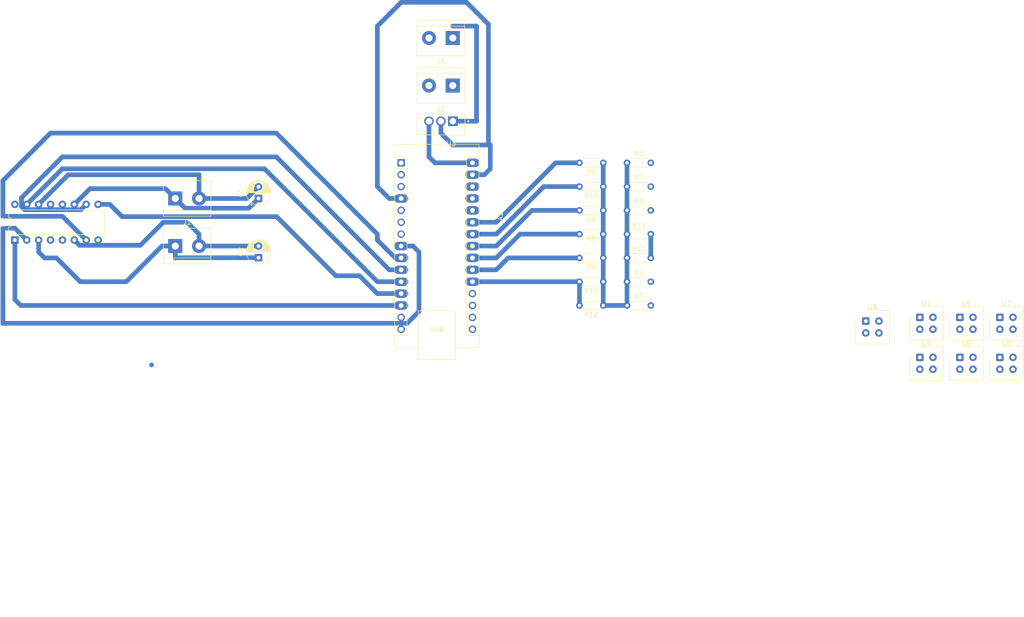
<source format=kicad_pcb>
(kicad_pcb (version 20221018) (generator pcbnew)
  (layers (0 "F.Cu" signal) (31 "B.Cu" signal) (34 "B.Paste" user) (35 "F.Paste" user) (36 "B.SilkS" user "B.Silkscreen") (37 "F.SilkS" user "F.Silkscreen") (38 "B.Mask" user) (39 "F.Mask" user) (44 "Edge.Cuts" user))
  (net 0 "")
  (net 8 "/MOTOR_1_A")
  (net 9 "/MOTOR_1_B")
  (net 10 "/MOTOR_2_A")
  (net 11 "/MOTOR_2_B")
  (net 12 "/ENAVILE_MOTOR_2")
  (net 13 "/ENAVILE_MOTOR_1")
  (net 20 "/CNY70_6")
  (net 21 "/CNY70_1")
  (net 22 "/CNY70_2")
  (net 23 "/CNY70_3")
  (net 24 "/CNY70_4")
  (net 25 "/CNY70_5")
  (net 28 "/OUT_5V")
  (net 29 "Net-(J2-Pin_1)")
  (net 30 "Net-(J2-Pin_2)")
  (net 31 "Net-(J1-Pin_1)")
  (net 32 "Net-(J1-Pin_2)")
  (net 33 "/ENTRADA_POSITIVO")
  (net 34 "/ENTRADA_NEGATIVO")
  (net 35 "VCC")
  (net 36 "Net-(U1-A)")
  (net 37 "Net-(U4-A)")
  (net 38 "Net-(U5-A)")
  (net 39 "Net-(U6-A)")
  (net 40 "Net-(U7-A)")
  (net 41 "Net-(U8-A)")
  (net 42 "GND")
  (net 49 "/ENTRADA_BORNERA")
  (net 50 "/SALIDA_BORNERA")
  (footprint "OptoDevice:Vishay_CNY70" (layer "F.Cu") (at 220.05 89.83)
    (fp_text reference "U4" (at 1.4 -3) (layer "F.SilkS"))
    (fp_text value "CNY70")
    (pad "1" thru_hole roundrect (at 0 0) (size 1.6 1.6) (drill 0.8) (layers "*.Cu" "*.Mask") (roundrect_rratio 0.156) (net 37 "Net-(U4-A)"))
    (pad "2" thru_hole circle (at 0 2.54) (size 1.6 1.6) (drill 0.8) (layers "*.Cu" "*.Mask") (net 42 "GND"))
    (pad "3" thru_hole circle (at 2.8 2.54) (size 1.6 1.6) (drill 0.8) (layers "*.Cu" "*.Mask") (net 21 "/CNY70_1"))
    (pad "4" thru_hole circle (at 2.8 0) (size 1.6 1.6) (drill 0.8) (layers "*.Cu" "*.Mask") (net 42 "GND"))
  )
  (footprint "Package_DIP:DIP-16_W7.62mm" (layer "F.Cu") (at 26.685 64.76 90)
    (fp_text reference "U2" (at 3.81 -2.33 90) (layer "F.SilkS"))
    (fp_text value "L293D")
    (pad "1" thru_hole rect (at 0 0 90) (size 1.6 1.6) (drill 0.8) (layers "*.Cu" "*.Mask") (net 13 "/ENAVILE_MOTOR_1"))
    (pad "2" thru_hole oval (at 0 2.54 90) (size 1.6 1.6) (drill 0.8) (layers "*.Cu" "*.Mask") (net 8 "/MOTOR_1_A"))
    (pad "3" thru_hole oval (at 0 5.08 90) (size 1.6 1.6) (drill 0.8) (layers "*.Cu" "*.Mask") (net 31 "Net-(J1-Pin_1)"))
    (pad "4" thru_hole oval (at 0 7.62 90) (size 1.6 1.6) (drill 0.8) (layers "*.Cu" "*.Mask"))
    (pad "5" thru_hole oval (at 0 10.16 90) (size 1.6 1.6) (drill 0.8) (layers "*.Cu" "*.Mask"))
    (pad "6" thru_hole oval (at 0 12.7 90) (size 1.6 1.6) (drill 0.8) (layers "*.Cu" "*.Mask") (net 32 "Net-(J1-Pin_2)"))
    (pad "7" thru_hole oval (at 0 15.24 90) (size 1.6 1.6) (drill 0.8) (layers "*.Cu" "*.Mask") (net 9 "/MOTOR_1_B"))
    (pad "8" thru_hole oval (at 0 17.78 90) (size 1.6 1.6) (drill 0.8) (layers "*.Cu" "*.Mask"))
    (pad "9" thru_hole oval (at 7.62 17.78 90) (size 1.6 1.6) (drill 0.8) (layers "*.Cu" "*.Mask") (net 12 "/ENAVILE_MOTOR_2"))
    (pad "10" thru_hole oval (at 7.62 15.24 90) (size 1.6 1.6) (drill 0.8) (layers "*.Cu" "*.Mask") (net 10 "/MOTOR_2_A"))
    (pad "11" thru_hole oval (at 7.62 12.7 90) (size 1.6 1.6) (drill 0.8) (layers "*.Cu" "*.Mask") (net 29 "Net-(J2-Pin_1)"))
    (pad "12" thru_hole oval (at 7.62 10.16 90) (size 1.6 1.6) (drill 0.8) (layers "*.Cu" "*.Mask"))
    (pad "13" thru_hole oval (at 7.62 7.62 90) (size 1.6 1.6) (drill 0.8) (layers "*.Cu" "*.Mask"))
    (pad "14" thru_hole oval (at 7.62 5.08 90) (size 1.6 1.6) (drill 0.8) (layers "*.Cu" "*.Mask") (net 30 "Net-(J2-Pin_2)"))
    (pad "15" thru_hole oval (at 7.62 2.54 90) (size 1.6 1.6) (drill 0.8) (layers "*.Cu" "*.Mask") (net 11 "/MOTOR_2_B"))
    (pad "16" thru_hole oval (at 7.62 0 90) (size 1.6 1.6) (drill 0.8) (layers "*.Cu" "*.Mask"))
  )
  (footprint "Resistor_THT:R_Axial_DIN0204_L3.6mm_D1.6mm_P5.08mm_Horizontal" (layer "F.Cu") (at 152.4 53.34 180)
    (fp_text reference "R10" (at 2.54 -1.92) (layer "F.SilkS"))
    (fp_text value "R")
    (pad "1" thru_hole circle (at 0 0 180) (size 1.4 1.4) (drill 0.7) (layers "*.Cu" "*.Mask") (net 35 "VCC"))
    (pad "2" thru_hole oval (at 5.08 0 180) (size 1.4 1.4) (drill 0.7) (layers "*.Cu" "*.Mask") (net 24 "/CNY70_4"))
  )
  (footprint "TerminalBlock:TerminalBlock_bornier-2_P5.08mm" (layer "F.Cu") (at 60.96 66.04)
    (fp_text reference "J1" (at 2.54 -5.08) (layer "F.SilkS"))
    (fp_text value "Screw_Terminal_01x02")
    (pad "1" thru_hole rect (at 0 0) (size 3 3) (drill 1.52) (layers "*.Cu" "*.Mask") (net 31 "Net-(J1-Pin_1)"))
    (pad "2" thru_hole circle (at 5.08 0) (size 3 3) (drill 1.52) (layers "*.Cu" "*.Mask") (net 32 "Net-(J1-Pin_2)"))
  )
  (footprint "TerminalBlock:TerminalBlock_bornier-2_P5.08mm" (layer "F.Cu") (at 120.2475 21.59 180)
    (fp_text reference "J3" (at 2.54 -5.08) (layer "F.SilkS"))
    (fp_text value "Screw_Terminal_01x02")
    (pad "1" thru_hole rect (at 0 0 180) (size 3 3) (drill 1.52) (layers "*.Cu" "*.Mask") (net 49 "/ENTRADA_BORNERA"))
    (pad "2" thru_hole circle (at 5.08 0 180) (size 3 3) (drill 1.52) (layers "*.Cu" "*.Mask") (net 50 "/SALIDA_BORNERA"))
  )
  (footprint "Resistor_THT:R_Axial_DIN0204_L3.6mm_D1.6mm_P5.08mm_Horizontal" (layer "F.Cu") (at 152.4 78.74 180)
    (fp_text reference "R12" (at 2.54 -1.92) (layer "F.SilkS"))
    (fp_text value "R")
    (pad "1" thru_hole circle (at 0 0 180) (size 1.4 1.4) (drill 0.7) (layers "*.Cu" "*.Mask") (net 35 "VCC"))
    (pad "2" thru_hole oval (at 5.08 0 180) (size 1.4 1.4) (drill 0.7) (layers "*.Cu" "*.Mask") (net 20 "/CNY70_6"))
  )
  (footprint "Resistor_THT:R_Axial_DIN0204_L3.6mm_D1.6mm_P5.08mm_Horizontal" (layer "F.Cu") (at 157.48 53.34)
    (fp_text reference "R7" (at 2.54 -1.92) (layer "F.SilkS"))
    (fp_text value "R")
    (pad "1" thru_hole circle (at 0 0) (size 1.4 1.4) (drill 0.7) (layers "*.Cu" "*.Mask") (net 35 "VCC"))
    (pad "2" thru_hole oval (at 5.08 0) (size 1.4 1.4) (drill 0.7) (layers "*.Cu" "*.Mask") (net 39 "Net-(U6-A)"))
  )
  (footprint "OptoDevice:Vishay_CNY70" (layer "F.Cu") (at 228.6 89.83)
    (fp_text reference "U6" (at 1.4 -3) (layer "F.SilkS"))
    (fp_text value "CNY70")
    (pad "1" thru_hole roundrect (at 0 0) (size 1.6 1.6) (drill 0.8) (layers "*.Cu" "*.Mask") (roundrect_rratio 0.156) (net 39 "Net-(U6-A)"))
    (pad "2" thru_hole circle (at 0 2.54) (size 1.6 1.6) (drill 0.8) (layers "*.Cu" "*.Mask") (net 42 "GND"))
    (pad "3" thru_hole circle (at 2.8 2.54) (size 1.6 1.6) (drill 0.8) (layers "*.Cu" "*.Mask") (net 23 "/CNY70_3"))
    (pad "4" thru_hole circle (at 2.8 0) (size 1.6 1.6) (drill 0.8) (layers "*.Cu" "*.Mask") (net 42 "GND"))
  )
  (footprint "TerminalBlock:TerminalBlock_bornier-2_P5.08mm" (layer "F.Cu") (at 120.2475 31.75 180)
    (fp_text reference "J3" (at 2.54 -5.08) (layer "F.SilkS"))
    (fp_text value "Screw_Terminal_01x02")
    (pad "1" thru_hole rect (at 0 0 180) (size 3 3) (drill 1.52) (layers "*.Cu" "*.Mask") (net 33 "/ENTRADA_POSITIVO"))
    (pad "2" thru_hole circle (at 5.08 0 180) (size 3 3) (drill 1.52) (layers "*.Cu" "*.Mask") (net 34 "/ENTRADA_NEGATIVO"))
  )
  (footprint "Capacitor_THT:CP_Radial_D5.0mm_P2.50mm" (layer "F.Cu") (at 78.74 55.88 90)
    (fp_text reference "C1" (at 1.25 -3.75 90) (layer "F.SilkS"))
    (fp_text value "C")
    (pad "1" thru_hole rect (at 0 0 90) (size 1.6 1.6) (drill 0.8) (layers "*.Cu" "*.Mask") (net 29 "Net-(J2-Pin_1)"))
    (pad "2" thru_hole circle (at 2.5 0 90) (size 1.6 1.6) (drill 0.8) (layers "*.Cu" "*.Mask") (net 30 "Net-(J2-Pin_2)"))
  )
  (footprint "Module:Arduino_Nano" (layer "F.Cu") (at 109.22 48.26)
    (fp_text reference "A1" (at 21.1875 11.43 90) (layer "F.SilkS"))
    (fp_text value "Arduino_Nano_Every")
    (fp_text user "USB" (at 7.62 35.56 unlocked) (layer "F.SilkS"))
    (pad "1" thru_hole rect (at 0 0) (size 1.6 1.6) (drill 1) (layers "*.Cu" "*.Mask"))
    (pad "2" thru_hole oval (at 0 2.54) (size 1.6 1.6) (drill 1) (layers "*.Cu" "*.Mask"))
    (pad "3" thru_hole oval (at 0 5.08) (size 1.6 1.6) (drill 1) (layers "*.Cu" "*.Mask"))
    (pad "4" thru_hole oval (at 0 7.62) (size 3 1.8) (drill 1) (layers "*.Cu" "*.Mask") (net 42 "GND"))
    (pad "5" thru_hole oval (at 0 10.16) (size 1.6 1.6) (drill 1) (layers "*.Cu" "*.Mask"))
    (pad "6" thru_hole oval (at 0 12.7) (size 1.6 1.6) (drill 1) (layers "*.Cu" "*.Mask"))
    (pad "7" thru_hole oval (at 0 15.24) (size 1.6 1.6) (drill 1) (layers "*.Cu" "*.Mask"))
    (pad "8" thru_hole oval (at 0 17.78) (size 3 1.8) (drill 1) (layers "*.Cu" "*.Mask") (net 8 "/MOTOR_1_A"))
    (pad "9" thru_hole oval (at 0 20.32) (size 3 1.8) (drill 1) (layers "*.Cu" "*.Mask") (net 9 "/MOTOR_1_B"))
    (pad "10" thru_hole oval (at 0 22.86) (size 3 1.8) (drill 1) (layers "*.Cu" "*.Mask") (net 10 "/MOTOR_2_A"))
    (pad "11" thru_hole oval (at 0 25.4) (size 3 1.8) (drill 1) (layers "*.Cu" "*.Mask") (net 11 "/MOTOR_2_B"))
    (pad "12" thru_hole oval (at 0 27.94) (size 3 1.8) (drill 1) (layers "*.Cu" "*.Mask") (net 12 "/ENAVILE_MOTOR_2"))
    (pad "13" thru_hole oval (at 0 30.48) (size 3 1.8) (drill 1) (layers "*.Cu" "*.Mask") (net 13 "/ENAVILE_MOTOR_1"))
    (pad "14" thru_hole oval (at 0 33.02) (size 1.6 1.6) (drill 1) (layers "*.Cu" "*.Mask"))
    (pad "15" thru_hole oval (at 0 35.56) (size 1.6 1.6) (drill 1) (layers "*.Cu" "*.Mask"))
    (pad "16" thru_hole oval (at 15.24 35.56) (size 1.6 1.6) (drill 1) (layers "*.Cu" "*.Mask"))
    (pad "17" thru_hole oval (at 15.24 33.02) (size 1.6 1.6) (drill 1) (layers "*.Cu" "*.Mask"))
    (pad "18" thru_hole oval (at 15.24 30.48) (size 1.6 1.6) (drill 1) (layers "*.Cu" "*.Mask"))
    (pad "19" thru_hole oval (at 15.24 27.94) (size 1.6 1.6) (drill 1) (layers "*.Cu" "*.Mask"))
    (pad "20" thru_hole oval (at 15.24 25.4) (size 3 1.8) (drill 1) (layers "*.Cu" "*.Mask") (net 20 "/CNY70_6"))
    (pad "21" thru_hole oval (at 15.24 22.86) (size 3 1.8) (drill 1) (layers "*.Cu" "*.Mask") (net 21 "/CNY70_1"))
    (pad "22" thru_hole oval (at 15.24 20.32) (size 3 1.8) (drill 1) (layers "*.Cu" "*.Mask") (net 22 "/CNY70_2"))
    (pad "23" thru_hole oval (at 15.24 17.78) (size 3 1.8) (drill 1) (layers "*.Cu" "*.Mask") (net 23 "/CNY70_3"))
    (pad "24" thru_hole oval (at 15.24 15.24) (size 3 1.8) (drill 1) (layers "*.Cu" "*.Mask") (net 24 "/CNY70_4"))
    (pad "25" thru_hole oval (at 15.24 12.7) (size 3 1.8) (drill 1) (layers "*.Cu" "*.Mask") (net 25 "/CNY70_5"))
    (pad "26" thru_hole oval (at 15.24 10.16) (size 3 1.8) (drill oval 1) (layers "*.Cu" "*.Mask"))
    (pad "27" thru_hole oval (at 15.24 7.62) (size 3 1.8) (drill 1) (layers "*.Cu" "*.Mask"))
    (pad "28" thru_hole oval (at 15.24 5.08) (size 3 1.8) (drill 1) (layers "*.Cu" "*.Mask"))
    (pad "29" thru_hole oval (at 15.24 2.54) (size 3 1.8) (drill 1) (layers "*.Cu" "*.Mask") (net 42 "GND"))
    (pad "30" thru_hole oval (at 15.24 0) (size 3 1.8) (drill 1) (layers "*.Cu" "*.Mask") (net 28 "/OUT_5V"))
  )
  (footprint "Resistor_THT:R_Axial_DIN0204_L3.6mm_D1.6mm_P5.08mm_Horizontal" (layer "F.Cu") (at 152.4 63.5 180)
    (fp_text reference "R6" (at 2.54 -0.92) (layer "F.SilkS"))
    (fp_text value "R")
    (pad "1" thru_hole circle (at 0 0 180) (size 1.4 1.4) (drill 0.7) (layers "*.Cu" "*.Mask") (net 35 "VCC"))
    (pad "2" thru_hole oval (at 5.08 0 180) (size 1.4 1.4) (drill 0.7) (layers "*.Cu" "*.Mask") (net 22 "/CNY70_2"))
  )
  (footprint "Resistor_THT:R_Axial_DIN0204_L3.6mm_D1.6mm_P5.08mm_Horizontal" (layer "F.Cu") (at 157.48 58.42)
    (fp_text reference "R9" (at 2.54 -1.92) (layer "F.SilkS"))
    (fp_text value "R")
    (pad "1" thru_hole circle (at 0 0) (size 1.4 1.4) (drill 0.7) (layers "*.Cu" "*.Mask") (net 35 "VCC"))
    (pad "2" thru_hole oval (at 5.08 0) (size 1.4 1.4) (drill 0.7) (layers "*.Cu" "*.Mask") (net 40 "Net-(U7-A)"))
  )
  (footprint "Resistor_THT:R_Axial_DIN0204_L3.6mm_D1.6mm_P5.08mm_Horizontal" (layer "F.Cu") (at 157.48 68.58)
    (fp_text reference "R11" (at 2.54 -1.92) (layer "F.SilkS"))
    (fp_text value "R")
    (pad "1" thru_hole circle (at 0 0) (size 1.4 1.4) (drill 0.7) (layers "*.Cu" "*.Mask") (net 35 "VCC"))
    (pad "2" thru_hole oval (at 5.08 0) (size 1.4 1.4) (drill 0.7) (layers "*.Cu" "*.Mask") (net 41 "Net-(U8-A)"))
  )
  (footprint "OptoDevice:Vishay_CNY70" (layer "F.Cu") (at 220.05 81.28)
    (fp_text reference "U1" (at 1.4 -3) (layer "F.SilkS"))
    (fp_text value "CNY70")
    (pad "1" thru_hole roundrect (at 0 0) (size 1.6 1.6) (drill 0.8) (layers "*.Cu" "*.Mask") (roundrect_rratio 0.156) (net 36 "Net-(U1-A)"))
    (pad "2" thru_hole circle (at 0 2.54) (size 1.6 1.6) (drill 0.8) (layers "*.Cu" "*.Mask") (net 42 "GND"))
    (pad "3" thru_hole circle (at 2.8 2.54) (size 1.6 1.6) (drill 0.8) (layers "*.Cu" "*.Mask") (net 25 "/CNY70_5"))
    (pad "4" thru_hole circle (at 2.8 0) (size 1.6 1.6) (drill 0.8) (layers "*.Cu" "*.Mask") (net 42 "GND"))
  )
  (footprint "Resistor_THT:R_Axial_DIN0204_L3.6mm_D1.6mm_P5.08mm_Horizontal" (layer "F.Cu") (at 152.4 48.26 180)
    (fp_text reference "R2" (at 2.54 -1.92) (layer "F.SilkS"))
    (fp_text value "R")
    (pad "1" thru_hole circle (at 0 0 180) (size 1.4 1.4) (drill 0.7) (layers "*.Cu" "*.Mask") (net 35 "VCC"))
    (pad "2" thru_hole oval (at 5.08 0 180) (size 1.4 1.4) (drill 0.7) (layers "*.Cu" "*.Mask") (net 25 "/CNY70_5"))
  )
  (footprint "OptoDevice:Vishay_CNY70" (layer "F.Cu") (at 208.5 82.07)
    (fp_text reference "U8" (at 1.4 -3) (layer "F.SilkS"))
    (fp_text value "CNY70")
    (pad "1" thru_hole roundrect (at 0 0) (size 1.6 1.6) (drill 0.8) (layers "*.Cu" "*.Mask") (roundrect_rratio 0.156) (net 41 "Net-(U8-A)"))
    (pad "2" thru_hole circle (at 0 2.54) (size 1.6 1.6) (drill 0.8) (layers "*.Cu" "*.Mask") (net 42 "GND"))
    (pad "3" thru_hole circle (at 2.8 2.54) (size 1.6 1.6) (drill 0.8) (layers "*.Cu" "*.Mask") (net 20 "/CNY70_6"))
    (pad "4" thru_hole circle (at 2.8 0) (size 1.6 1.6) (drill 0.8) (layers "*.Cu" "*.Mask") (net 42 "GND"))
  )
  (footprint "Resistor_THT:R_Axial_DIN0204_L3.6mm_D1.6mm_P5.08mm_Horizontal" (layer "F.Cu") (at 157.48 63.5)
    (fp_text reference "R11" (at 2.54 -1.92) (layer "F.SilkS"))
    (fp_text value "R")
    (pad "1" thru_hole circle (at 0 0) (size 1.4 1.4) (drill 0.7) (layers "*.Cu" "*.Mask") (net 35 "VCC"))
    (pad "2" thru_hole oval (at 5.08 0) (size 1.4 1.4) (drill 0.7) (layers "*.Cu" "*.Mask") (net 41 "Net-(U8-A)"))
  )
  (footprint "OptoDevice:Vishay_CNY70" (layer "F.Cu") (at 228.6 81.28)
    (fp_text reference "U5" (at 1.4 -3) (layer "F.SilkS"))
    (fp_text value "CNY70")
    (pad "1" thru_hole roundrect (at 0 0) (size 1.6 1.6) (drill 0.8) (layers "*.Cu" "*.Mask") (roundrect_rratio 0.156) (net 38 "Net-(U5-A)"))
    (pad "2" thru_hole circle (at 0 2.54) (size 1.6 1.6) (drill 0.8) (layers "*.Cu" "*.Mask") (net 42 "GND"))
    (pad "3" thru_hole circle (at 2.8 2.54) (size 1.6 1.6) (drill 0.8) (layers "*.Cu" "*.Mask") (net 22 "/CNY70_2"))
    (pad "4" thru_hole circle (at 2.8 0) (size 1.6 1.6) (drill 0.8) (layers "*.Cu" "*.Mask") (net 42 "GND"))
  )
  (footprint "OptoDevice:Vishay_CNY70" (layer "F.Cu") (at 237.15 89.83)
    (fp_text reference "U8" (at 1.4 -3) (layer "F.SilkS"))
    (fp_text value "CNY70")
    (pad "1" thru_hole roundrect (at 0 0) (size 1.6 1.6) (drill 0.8) (layers "*.Cu" "*.Mask") (roundrect_rratio 0.156) (net 41 "Net-(U8-A)"))
    (pad "2" thru_hole circle (at 0 2.54) (size 1.6 1.6) (drill 0.8) (layers "*.Cu" "*.Mask") (net 42 "GND"))
    (pad "3" thru_hole circle (at 2.8 2.54) (size 1.6 1.6) (drill 0.8) (layers "*.Cu" "*.Mask") (net 20 "/CNY70_6"))
    (pad "4" thru_hole circle (at 2.8 0) (size 1.6 1.6) (drill 0.8) (layers "*.Cu" "*.Mask") (net 42 "GND"))
  )
  (footprint "Resistor_THT:R_Axial_DIN0204_L3.6mm_D1.6mm_P5.08mm_Horizontal" (layer "F.Cu") (at 157.48 73.66)
    (fp_text reference "R1" (at 2.54 -1.92) (layer "F.SilkS"))
    (fp_text value "R")
    (pad "1" thru_hole circle (at 0 0) (size 1.4 1.4) (drill 0.7) (layers "*.Cu" "*.Mask") (net 35 "VCC"))
    (pad "2" thru_hole oval (at 5.08 0) (size 1.4 1.4) (drill 0.7) (layers "*.Cu" "*.Mask") (net 36 "Net-(U1-A)"))
  )
  (footprint "OptoDevice:Vishay_CNY70" (layer "F.Cu") (at 237.15 81.28)
    (fp_text reference "U7" (at 1.4 -3) (layer "F.SilkS"))
    (fp_text value "CNY70")
    (pad "1" thru_hole roundrect (at 0 0) (size 1.6 1.6) (drill 0.8) (layers "*.Cu" "*.Mask") (roundrect_rratio 0.156) (net 40 "Net-(U7-A)"))
    (pad "2" thru_hole circle (at 0 2.54) (size 1.6 1.6) (drill 0.8) (layers "*.Cu" "*.Mask") (net 42 "GND"))
    (pad "3" thru_hole circle (at 2.8 2.54) (size 1.6 1.6) (drill 0.8) (layers "*.Cu" "*.Mask") (net 24 "/CNY70_4"))
    (pad "4" thru_hole circle (at 2.8 0) (size 1.6 1.6) (drill 0.8) (layers "*.Cu" "*.Mask") (net 42 "GND"))
  )
  (footprint "7805:TO255P1020X450X2000-3" (layer "F.Cu") (at 117.7175 40.0325 180)
    (fp_text reference "U3" (at -2.175 -4.135) (layer "F.SilkS"))
    (fp_text value "L7805")
    (pad "1" thru_hole rect (at -2.55 0.6625 180) (size 2.055 2.055) (drill 1.37) (layers "*.Cu" "*.Mask") (net 49 "/ENTRADA_BORNERA"))
    (pad "2" thru_hole circle (at 0 0.6625 180) (size 2.055 2.055) (drill 1.37) (layers "*.Cu" "*.Mask") (net 42 "GND"))
    (pad "3" thru_hole circle (at 2.55 0.6625 180) (size 2.055 2.055) (drill 1.37) (layers "*.Cu" "*.Mask") (net 28 "/OUT_5V"))
  )
  (footprint "Resistor_THT:R_Axial_DIN0204_L3.6mm_D1.6mm_P5.08mm_Horizontal" (layer "F.Cu") (at 152.4 73.66 180)
    (fp_text reference "R12" (at 2.54 -1.92) (layer "F.SilkS"))
    (fp_text value "R")
    (pad "1" thru_hole circle (at 0 0 180) (size 1.4 1.4) (drill 0.7) (layers "*.Cu" "*.Mask") (net 35 "VCC"))
    (pad "2" thru_hole oval (at 5.08 0 180) (size 1.4 1.4) (drill 0.7) (layers "*.Cu" "*.Mask") (net 20 "/CNY70_6"))
  )
  (footprint "Resistor_THT:R_Axial_DIN0204_L3.6mm_D1.6mm_P5.08mm_Horizontal" (layer "F.Cu") (at 157.48 78.74)
    (fp_text reference "R3" (at 2.54 -1.92) (layer "F.SilkS"))
    (fp_text value "R")
    (pad "1" thru_hole circle (at 0 0) (size 1.4 1.4) (drill 0.7) (layers "*.Cu" "*.Mask") (net 35 "VCC"))
    (pad "2" thru_hole oval (at 5.08 0) (size 1.4 1.4) (drill 0.7) (layers "*.Cu" "*.Mask") (net 37 "Net-(U4-A)"))
  )
  (footprint "TerminalBlock:TerminalBlock_bornier-2_P5.08mm" (layer "F.Cu") (at 60.96 55.88)
    (fp_text reference "J2" hide)
    (fp_text value "Screw_Terminal_01x02")
    (pad "1" thru_hole rect (at 0 0) (size 3 3) (drill 1.52) (layers "*.Cu" "*.Mask") (net 29 "Net-(J2-Pin_1)"))
    (pad "2" thru_hole circle (at 5.08 0) (size 3 3) (drill 1.52) (layers "*.Cu" "*.Mask") (net 30 "Net-(J2-Pin_2)"))
  )
  (footprint "Resistor_THT:R_Axial_DIN0204_L3.6mm_D1.6mm_P5.08mm_Horizontal" (layer "F.Cu") (at 152.4 58.42 180)
    (fp_text reference "R8" (at 2.54 -1.92) (layer "F.SilkS"))
    (fp_text value "R")
    (pad "1" thru_hole circle (at 0 0 180) (size 1.4 1.4) (drill 0.7) (layers "*.Cu" "*.Mask") (net 35 "VCC"))
    (pad "2" thru_hole oval (at 5.08 0 180) (size 1.4 1.4) (drill 0.7) (layers "*.Cu" "*.Mask") (net 23 "/CNY70_3"))
  )
  (footprint "Capacitor_THT:CP_Radial_D5.0mm_P2.50mm" (layer "F.Cu") (at 78.74 68.54 90)
    (fp_text reference "C2" (at 1.25 -3.75 90) (layer "F.SilkS"))
    (fp_text value "C")
    (pad "1" thru_hole rect (at 0 0 90) (size 1.6 1.6) (drill 0.8) (layers "*.Cu" "*.Mask") (net 31 "Net-(J1-Pin_1)"))
    (pad "2" thru_hole circle (at 2.5 0 90) (size 1.6 1.6) (drill 0.8) (layers "*.Cu" "*.Mask") (net 32 "Net-(J1-Pin_2)"))
  )
  (footprint "Resistor_THT:R_Axial_DIN0204_L3.6mm_D1.6mm_P5.08mm_Horizontal" (layer "F.Cu") (at 157.48 48.26)
    (fp_text reference "R5" (at 2.54 -1.92) (layer "F.SilkS"))
    (fp_text value "R")
    (pad "1" thru_hole circle (at 0 0) (size 1.4 1.4) (drill 0.7) (layers "*.Cu" "*.Mask") (net 35 "VCC"))
    (pad "2" thru_hole oval (at 5.08 0) (size 1.4 1.4) (drill 0.7) (layers "*.Cu" "*.Mask") (net 38 "Net-(U5-A)"))
  )
  (footprint "Resistor_THT:R_Axial_DIN0204_L3.6mm_D1.6mm_P5.08mm_Horizontal" (layer "F.Cu") (at 152.4 68.58 180)
    (fp_text reference "R4" (at 2.54 -1.92) (layer "F.SilkS"))
    (fp_text value "R")
    (pad "1" thru_hole circle (at 0 0 180) (size 1.4 1.4) (drill 0.7) (layers "*.Cu" "*.Mask") (net 35 "VCC"))
    (pad "2" thru_hole oval (at 5.08 0 180) (size 1.4 1.4) (drill 0.7) (layers "*.Cu" "*.Mask") (net 21 "/CNY70_1"))
  )
  (segment (start 111.76 66.04) (end 109.22 66.04) (width 1) (layer "B.Cu") (net 8))
  (segment (start 26.695 62.23) (end 24.13 62.23) (width 1) (layer "B.Cu") (net 8))
  (segment (start 24.13 82.55) (end 110.49 82.55) (width 1) (layer "B.Cu") (net 8))
  (segment (start 113.03 67.31) (end 111.76 66.04) (width 1) (layer "B.Cu") (net 8))
  (segment (start 113.03 80.01) (end 113.03 67.31) (width 1) (layer "B.Cu") (net 8))
  (segment (start 110.49 82.55) (end 113.03 80.01) (width 1) (layer "B.Cu") (net 8))
  (segment (start 29.225 64.76) (end 26.695 62.23) (width 1) (layer "B.Cu") (net 8))
  (segment (start 24.13 62.23) (end 24.13 82.55) (width 1) (layer "B.Cu") (net 8))
  (segment (start 104.14 64.77) (end 107.95 68.58) (width 1) (layer "B.Cu") (net 9))
  (segment (start 107.95 68.58) (end 109.22 68.58) (width 1) (layer "B.Cu") (net 9))
  (segment (start 41.925 64.76) (end 36.855 59.69) (width 1) (layer "B.Cu") (net 9))
  (segment (start 104.14 63.5) (end 104.14 64.77) (width 1) (layer "B.Cu") (net 9))
  (segment (start 24.13 59.69) (end 24.13 57.15) (width 1) (layer "B.Cu") (net 9))
  (segment (start 24.13 57.15) (end 24.13 52.07) (width 1) (layer "B.Cu") (net 9))
  (segment (start 36.855 59.69) (end 24.13 59.69) (width 1) (layer "B.Cu") (net 9))
  (segment (start 34.29 41.91) (end 82.55 41.91) (width 1) (layer "B.Cu") (net 9))
  (segment (start 82.55 41.91) (end 104.14 63.5) (width 1) (layer "B.Cu") (net 9))
  (segment (start 24.13 52.07) (end 34.29 41.91) (width 1) (layer "B.Cu") (net 9))
  (segment (start 28.1 57.605991) (end 28.1 55.72) (width 1) (layer "B.Cu") (net 10))
  (segment (start 41.925 57.14) (end 40.8 58.265) (width 1) (layer "B.Cu") (net 10))
  (segment (start 28.1 55.72) (end 36.83 46.99) (width 1) (layer "B.Cu") (net 10))
  (segment (start 28.759009 58.265) (end 28.1 57.605991) (width 1) (layer "B.Cu") (net 10))
  (segment (start 36.83 46.99) (end 82.55 46.99) (width 1) (layer "B.Cu") (net 10))
  (segment (start 82.55 46.99) (end 106.68 71.12) (width 1) (layer "B.Cu") (net 10))
  (segment (start 40.8 58.265) (end 28.759009 58.265) (width 1) (layer "B.Cu") (net 10))
  (segment (start 106.68 71.12) (end 109.22 71.12) (width 1) (layer "B.Cu") (net 10))
  (segment (start 29.225 57.14) (end 36.835 49.53) (width 1) (layer "B.Cu") (net 11))
  (segment (start 80.01 49.53) (end 104.14 73.66) (width 1) (layer "B.Cu") (net 11))
  (segment (start 104.14 73.66) (end 109.22 73.66) (width 1) (layer "B.Cu") (net 11))
  (segment (start 36.835 49.53) (end 80.01 49.53) (width 1) (layer "B.Cu") (net 11))
  (segment (start 46.98 57.14) (end 49.6 59.76) (width 1) (layer "B.Cu") (net 12))
  (segment (start 82.62 59.76) (end 95.25 72.39) (width 1) (layer "B.Cu") (net 12))
  (segment (start 95.25 72.39) (end 100.33 72.39) (width 1) (layer "B.Cu") (net 12))
  (segment (start 100.33 72.39) (end 104.14 76.2) (width 1) (layer "B.Cu") (net 12))
  (segment (start 44.465 57.14) (end 46.98 57.14) (width 1) (layer "B.Cu") (net 12))
  (segment (start 49.6 59.76) (end 82.62 59.76) (width 1) (layer "B.Cu") (net 12))
  (segment (start 104.14 76.2) (end 109.22 76.2) (width 1) (layer "B.Cu") (net 12))
  (segment (start 26.685 77.485) (end 27.94 78.74) (width 1) (layer "B.Cu") (net 13))
  (segment (start 27.94 78.74) (end 109.22 78.74) (width 1) (layer "B.Cu") (net 13))
  (segment (start 26.685 64.76) (end 26.685 77.485) (width 1) (layer "B.Cu") (net 13))
  (segment (start 124.46 73.66) (end 147.32 73.66) (width 1) (layer "B.Cu") (net 20))
  (segment (start 147.32 73.66) (end 147.32 78.74) (width 1) (layer "B.Cu") (net 20))
  (segment (start 147.32 68.58) (end 132.08 68.58) (width 1) (layer "B.Cu") (net 21))
  (segment (start 129.54 71.12) (end 124.46 71.12) (width 1) (layer "B.Cu") (net 21))
  (segment (start 132.08 68.58) (end 129.54 71.12) (width 1) (layer "B.Cu") (net 21))
  (segment (start 129.54 68.58) (end 134.62 63.5) (width 1) (layer "B.Cu") (net 22))
  (segment (start 134.62 63.5) (end 147.32 63.5) (width 1) (layer "B.Cu") (net 22))
  (segment (start 124.46 68.58) (end 129.54 68.58) (width 1) (layer "B.Cu") (net 22))
  (segment (start 147.32 63.5) (end 143.14 63.5) (width 1) (layer "B.Cu") (net 22))
  (segment (start 137.16 58.42) (end 129.54 66.04) (width 1) (layer "B.Cu") (net 23))
  (segment (start 147.32 58.42) (end 137.16 58.42) (width 1) (layer "B.Cu") (net 23))
  (segment (start 129.54 66.04) (end 124.46 66.04) (width 1) (layer "B.Cu") (net 23))
  (segment (start 129.54 63.5) (end 139.7 53.34) (width 1) (layer "B.Cu") (net 24))
  (segment (start 139.7 53.34) (end 147.32 53.34) (width 1) (layer "B.Cu") (net 24))
  (segment (start 124.46 63.5) (end 129.54 63.5) (width 1) (layer "B.Cu") (net 24))
  (segment (start 129.54 60.96) (end 124.46 60.96) (width 1) (layer "B.Cu") (net 25))
  (segment (start 142.24 48.26) (end 129.54 60.96) (width 1) (layer "B.Cu") (net 25))
  (segment (start 144.78 48.26) (end 142.24 48.26) (width 1) (layer "B.Cu") (net 25))
  (segment (start 147.32 48.26) (end 144.78 48.26) (width 1) (layer "B.Cu") (net 25))
  (segment (start 115.1675 46.99) (end 116.4375 48.26) (width 1) (layer "B.Cu") (net 28))
  (segment (start 116.4375 48.26) (end 124.46 48.26) (width 1) (layer "B.Cu") (net 28))
  (segment (start 55.89 91.43) (end 55.88 91.44) (width 1) (layer "B.Cu") (net 28))
  (segment (start 115.1675 46.99) (end 115.1675 39.37) (width 1) (layer "B.Cu") (net 28))
  (segment (start 58.87 53.79) (end 60.96 55.88) (width 1) (layer "B.Cu") (net 29))
  (segment (start 42.735 53.79) (end 58.87 53.79) (width 1) (layer "B.Cu") (net 29))
  (segment (start 63.05 57.97) (end 76.65 57.97) (width 1) (layer "B.Cu") (net 29))
  (segment (start 39.385 57.14) (end 42.735 53.79) (width 1) (layer "B.Cu") (net 29))
  (segment (start 76.65 57.97) (end 78.74 55.88) (width 1) (layer "B.Cu") (net 29))
  (segment (start 60.96 55.88) (end 63.05 57.97) (width 1) (layer "B.Cu") (net 29))
  (segment (start 76.2 55.88) (end 78.74 53.34) (width 1) (layer "B.Cu") (net 30))
  (segment (start 66.04 50.8) (end 66.04 55.88) (width 1) (layer "B.Cu") (net 30))
  (segment (start 38.105 50.8) (end 66.04 50.8) (width 1) (layer "B.Cu") (net 30))
  (segment (start 66.04 55.88) (end 76.2 55.88) (width 1) (layer "B.Cu") (net 30))
  (segment (start 31.765 57.14) (end 38.105 50.8) (width 1) (layer "B.Cu") (net 30))
  (segment (start 40.64 73.66) (end 35.56 68.58) (width 1) (layer "B.Cu") (net 31))
  (segment (start 61 68.54) (end 78.74 68.54) (width 1) (layer "B.Cu") (net 31))
  (segment (start 60.96 68.58) (end 61 68.54) (width 1) (layer "B.Cu") (net 31))
  (segment (start 35.56 68.58) (end 33.02 68.58) (width 1) (layer "B.Cu") (net 31))
  (segment (start 60.96 66.04) (end 60.96 68.58) (width 1) (layer "B.Cu") (net 31))
  (segment (start 33.02 68.58) (end 31.765 67.325) (width 1) (layer "B.Cu") (net 31))
  (segment (start 31.765 67.325) (end 31.765 64.76) (width 1) (layer "B.Cu") (net 31))
  (segment (start 60.96 66.04) (end 58.109009 66.04) (width 1) (layer "B.Cu") (net 31))
  (segment (start 50.489009 73.66) (end 40.64 73.66) (width 1) (layer "B.Cu") (net 31))
  (segment (start 58.109009 66.04) (end 50.489009 73.66) (width 1) (layer "B.Cu") (net 31))
  (segment (start 63.5 60.96) (end 66.04 63.5) (width 1) (layer "B.Cu") (net 32))
  (segment (start 58.42 60.96) (end 63.5 60.96) (width 1) (layer "B.Cu") (net 32))
  (segment (start 40.51 65.885) (end 53.495 65.885) (width 1) (layer "B.Cu") (net 32))
  (segment (start 53.495 65.885) (end 58.42 60.96) (width 1) (layer "B.Cu") (net 32))
  (segment (start 39.385 64.76) (end 40.51 65.885) (width 1) (layer "B.Cu") (net 32))
  (segment (start 66.04 63.5) (end 66.04 66.04) (width 1) (layer "B.Cu") (net 32))
  (segment (start 66.04 66.04) (end 78.74 66.04) (width 1) (layer "B.Cu") (net 32))
  (segment (start 120.2675 31.77) (end 120.2475 31.75) (width 1) (layer "B.Cu") (net 33))
  (segment (start 157.48 63.5) (end 157.48 58.42) (width 1) (layer "B.Cu") (net 35))
  (segment (start 157.48 78.74) (end 152.4 78.74) (width 1) (layer "B.Cu") (net 35))
  (segment (start 152.4 53.34) (end 152.4 58.42) (width 1) (layer "B.Cu") (net 35))
  (segment (start 152.4 48.26) (end 152.4 53.34) (width 1) (layer "B.Cu") (net 35))
  (segment (start 157.48 53.34) (end 157.48 48.26) (width 1) (layer "B.Cu") (net 35))
  (segment (start 157.48 63.5) (end 157.48 68.58) (width 1) (layer "B.Cu") (net 35))
  (segment (start 157.48 73.66) (end 157.48 78.74) (width 1) (layer "B.Cu") (net 35))
  (segment (start 152.4 58.42) (end 152.4 63.5) (width 1) (layer "B.Cu") (net 35))
  (segment (start 152.4 78.74) (end 152.4 73.66) (width 1) (layer "B.Cu") (net 35))
  (segment (start 152.4 63.5) (end 152.4 68.58) (width 1) (layer "B.Cu") (net 35))
  (segment (start 152.4 68.58) (end 152.4 73.66) (width 1) (layer "B.Cu") (net 35))
  (segment (start 157.48 58.42) (end 157.48 53.34) (width 1) (layer "B.Cu") (net 35))
  (segment (start 157.48 68.58) (end 157.48 73.66) (width 1) (layer "B.Cu") (net 35))
  (segment (start 162.56 63.5) (end 162.56 68.58) (width 1) (layer "B.Cu") (net 41))
  (segment (start 128.27 49.53) (end 127 50.8) (width 1) (layer "B.Cu") (net 42))
  (segment (start 104.14 19.05) (end 104.14 53.34) (width 1) (layer "B.Cu") (net 42))
  (segment (start 117.7175 41.92) (end 120.2475 44.45) (width 1) (layer "B.Cu") (net 42))
  (segment (start 120.2475 44.45) (end 127.8675 44.45) (width 1) (layer "B.Cu") (net 42))
  (segment (start 117.7175 39.37) (end 117.7175 41.92) (width 1) (layer "B.Cu") (net 42))
  (segment (start 123.19 13.97) (end 110.49 13.97) (width 1) (layer "B.Cu") (net 42))
  (segment (start 110.49 13.97) (end 109.22 13.97) (width 1) (layer "B.Cu") (net 42))
  (segment (start 106.68 55.88) (end 109.22 55.88) (width 1) (layer "B.Cu") (net 42))
  (segment (start 127.8675 44.45) (end 127.8675 18.6475) (width 1) (layer "B.Cu") (net 42))
  (segment (start 127.8675 44.45) (end 128.27 44.45) (width 1) (layer "B.Cu") (net 42))
  (segment (start 127 50.8) (end 124.46 50.8) (width 1) (layer "B.Cu") (net 42))
  (segment (start 128.27 44.45) (end 128.27 49.53) (width 1) (layer "B.Cu") (net 42))
  (segment (start 104.14 53.34) (end 106.68 55.88) (width 1) (layer "B.Cu") (net 42))
  (segment (start 109.22 13.97) (end 104.14 19.05) (width 1) (layer "B.Cu") (net 42))
  (segment (start 127.8675 18.6475) (end 123.19 13.97) (width 1) (layer "B.Cu") (net 42))
  (segment (start 120.903896 39.37) (end 120.585698 39.688198) (width 1) (layer "B.Cu") (net 49))
  (segment (start 125.3275 19.05) (end 125.3275 39.37) (width 1) (layer "B.Cu") (net 49))
  (segment (start 120.2475 19.05) (end 125.3275 19.05) (width 1) (layer "B.Cu") (net 49))
  (segment (start 120.2675 39.37) (end 125.3275 39.37) (width 1) (layer "B.Cu") (net 49))
  (segment (start 120.2475 39.37) (end 120.2675 39.37) (width 1) (layer "B.Cu") (net 49))
)
</source>
